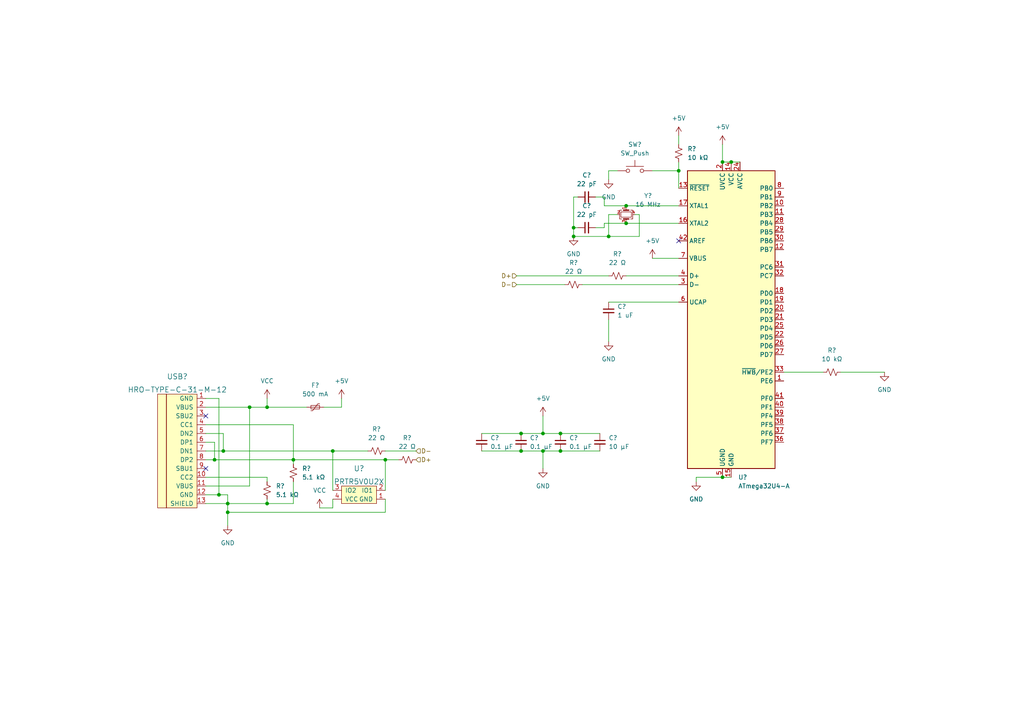
<source format=kicad_sch>
(kicad_sch (version 20211123) (generator eeschema)
  (paper "A4")
  (lib_symbols
    (symbol "Device:C_Small" (pin_numbers hide) (pin_names (offset 0.254) hide)
      (property "Reference" "C" (at 0.254 1.778 0))
      (property "Value" "C_Small" (at 0.254 -2.032 0))
      (symbol "C_Small_0_1"
        (polyline (pts (xy -1.524 -0.508) (xy 1.524 -0.508)) (stroke (width 0.3302)))
        (polyline (pts (xy -1.524 0.508) (xy 1.524 0.508)) (stroke (width 0.3048)))
      )
      (symbol "C_Small_1_1"
        (pin passive line (at 0 2.54 270) (length 2.032) (name "~") (number "1"))
        (pin passive line (at 0 -2.54 90) (length 2.032) (name "~") (number "2"))
      )
    )
    (symbol "Device:Crystal_GND24_Small" (pin_names (offset 1.016) hide)
      (property "Reference" "Y" (at 1.27 4.445 0))
      (property "Value" "Crystal_GND24_Small" (at 1.27 2.54 0))
      (symbol "Crystal_GND24_Small_0_1"
        (rectangle (start -0.762 -1.524) (end 0.762 1.524))
        (polyline (pts (xy -1.27 -0.762) (xy -1.27 0.762)) (stroke (width 0.381)))
        (polyline (pts (xy 1.27 -0.762) (xy 1.27 0.762)) (stroke (width 0.381)))
        (polyline (pts (xy -1.27 -1.27) (xy -1.27 -1.905) (xy 1.27 -1.905) (xy 1.27 -1.27)))
        (polyline (pts (xy -1.27 1.27) (xy -1.27 1.905) (xy 1.27 1.905) (xy 1.27 1.27)))
      )
      (symbol "Crystal_GND24_Small_1_1"
        (pin passive line (at -2.54 0 0) (length 1.27) (name "1") (number "1"))
        (pin passive line (at 0 -2.54 90) (length 0.635) (name "2") (number "2"))
        (pin passive line (at 2.54 0 180) (length 1.27) (name "3") (number "3"))
        (pin passive line (at 0 2.54 270) (length 0.635) (name "4") (number "4"))
      )
    )
    (symbol "Device:Polyfuse_Small" (pin_numbers hide) (pin_names (offset 0))
      (property "Reference" "F" (at -1.905 0 90))
      (property "Value" "Polyfuse_Small" (at 1.905 0 90))
      (symbol "Polyfuse_Small_0_1"
        (rectangle (start -0.508 1.27) (end 0.508 -1.27))
        (polyline (pts (xy 0 2.54) (xy 0 -2.54)))
        (polyline (pts (xy -1.016 1.27) (xy -1.016 0.762) (xy 1.016 -0.762) (xy 1.016 -1.27)))
      )
      (symbol "Polyfuse_Small_1_1"
        (pin passive line (at 0 2.54 270) (length 0.635) (name "~") (number "1"))
        (pin passive line (at 0 -2.54 90) (length 0.635) (name "~") (number "2"))
      )
    )
    (symbol "Device:R_Small_US" (pin_numbers hide) (pin_names (offset 0.254) hide)
      (property "Reference" "R" (at 0.762 0.508 0))
      (property "Value" "R_Small_US" (at 0.762 -1.016 0))
      (symbol "R_Small_US_1_1"
        (polyline (pts (xy 0 0) (xy 1.016 -0.381) (xy 0 -0.762) (xy -1.016 -1.143) (xy 0 -1.524)))
        (polyline (pts (xy 0 1.524) (xy 1.016 1.143) (xy 0 0.762) (xy -1.016 0.381) (xy 0 0)))
        (pin passive line (at 0 2.54 270) (length 1.016) (name "~") (number "1"))
        (pin passive line (at 0 -2.54 90) (length 1.016) (name "~") (number "2"))
      )
    )
    (symbol "MCU_Microchip_ATmega:ATmega32U4-A"
      (property "Reference" "U" (at -12.7 44.45 0))
      (property "Value" "ATmega32U4-A" (at 2.54 -44.45 0))
      (symbol "ATmega32U4-A_0_1"
        (rectangle (start -12.7 -43.18) (end 12.7 43.18) (stroke (width 0.254)) (fill (type background)))
      )
      (symbol "ATmega32U4-A_1_1"
        (pin bidirectional line (at 15.24 -17.78 180) (length 2.54) (name "PE6") (number "1"))
        (pin bidirectional line (at 15.24 33.02 180) (length 2.54) (name "PB2") (number "10"))
        (pin bidirectional line (at 15.24 30.48 180) (length 2.54) (name "PB3") (number "11"))
        (pin bidirectional line (at 15.24 20.32 180) (length 2.54) (name "PB7") (number "12"))
        (pin input line (at -15.24 38.1 0) (length 2.54) (name "~{RESET}") (number "13"))
        (pin power_in line (at 0 45.72 270) (length 2.54) (name "VCC") (number "14"))
        (pin power_in line (at 0 -45.72 90) (length 2.54) (name "GND") (number "15"))
        (pin output line (at -15.24 27.94 0) (length 2.54) (name "XTAL2") (number "16"))
        (pin input line (at -15.24 33.02 0) (length 2.54) (name "XTAL1") (number "17"))
        (pin bidirectional line (at 15.24 7.62 180) (length 2.54) (name "PD0") (number "18"))
        (pin bidirectional line (at 15.24 5.08 180) (length 2.54) (name "PD1") (number "19"))
        (pin power_in line (at -2.54 45.72 270) (length 2.54) (name "UVCC") (number "2"))
        (pin bidirectional line (at 15.24 2.54 180) (length 2.54) (name "PD2") (number "20"))
        (pin bidirectional line (at 15.24 0 180) (length 2.54) (name "PD3") (number "21"))
        (pin bidirectional line (at 15.24 -5.08 180) (length 2.54) (name "PD5") (number "22"))
        (pin passive line (at 0 -45.72 90) (length 2.54) hide (name "GND") (number "23"))
        (pin power_in line (at 2.54 45.72 270) (length 2.54) (name "AVCC") (number "24"))
        (pin bidirectional line (at 15.24 -2.54 180) (length 2.54) (name "PD4") (number "25"))
        (pin bidirectional line (at 15.24 -7.62 180) (length 2.54) (name "PD6") (number "26"))
        (pin bidirectional line (at 15.24 -10.16 180) (length 2.54) (name "PD7") (number "27"))
        (pin bidirectional line (at 15.24 27.94 180) (length 2.54) (name "PB4") (number "28"))
        (pin bidirectional line (at 15.24 25.4 180) (length 2.54) (name "PB5") (number "29"))
        (pin bidirectional line (at -15.24 10.16 0) (length 2.54) (name "D-") (number "3"))
        (pin bidirectional line (at 15.24 22.86 180) (length 2.54) (name "PB6") (number "30"))
        (pin bidirectional line (at 15.24 15.24 180) (length 2.54) (name "PC6") (number "31"))
        (pin bidirectional line (at 15.24 12.7 180) (length 2.54) (name "PC7") (number "32"))
        (pin bidirectional line (at 15.24 -15.24 180) (length 2.54) (name "~{HWB}/PE2") (number "33"))
        (pin passive line (at 0 45.72 270) (length 2.54) hide (name "VCC") (number "34"))
        (pin passive line (at 0 -45.72 90) (length 2.54) hide (name "GND") (number "35"))
        (pin bidirectional line (at 15.24 -35.56 180) (length 2.54) (name "PF7") (number "36"))
        (pin bidirectional line (at 15.24 -33.02 180) (length 2.54) (name "PF6") (number "37"))
        (pin bidirectional line (at 15.24 -30.48 180) (length 2.54) (name "PF5") (number "38"))
        (pin bidirectional line (at 15.24 -27.94 180) (length 2.54) (name "PF4") (number "39"))
        (pin bidirectional line (at -15.24 12.7 0) (length 2.54) (name "D+") (number "4"))
        (pin bidirectional line (at 15.24 -25.4 180) (length 2.54) (name "PF1") (number "40"))
        (pin bidirectional line (at 15.24 -22.86 180) (length 2.54) (name "PF0") (number "41"))
        (pin passive line (at -15.24 22.86 0) (length 2.54) (name "AREF") (number "42"))
        (pin passive line (at 0 -45.72 90) (length 2.54) hide (name "GND") (number "43"))
        (pin passive line (at 2.54 45.72 270) (length 2.54) hide (name "AVCC") (number "44"))
        (pin passive line (at -2.54 -45.72 90) (length 2.54) (name "UGND") (number "5"))
        (pin passive line (at -15.24 5.08 0) (length 2.54) (name "UCAP") (number "6"))
        (pin input line (at -15.24 17.78 0) (length 2.54) (name "VBUS") (number "7"))
        (pin bidirectional line (at 15.24 38.1 180) (length 2.54) (name "PB0") (number "8"))
        (pin bidirectional line (at 15.24 35.56 180) (length 2.54) (name "PB1") (number "9"))
      )
    )
    (symbol "Switch:SW_Push" (pin_numbers hide) (pin_names (offset 1.016) hide)
      (property "Reference" "SW" (at 1.27 2.54 0))
      (property "Value" "SW_Push" (at 0 -1.524 0))
      (symbol "SW_Push_0_1"
        (circle (center -2.032 0) (radius 0.508))
        (polyline (pts (xy 0 1.27) (xy 0 3.048)))
        (polyline (pts (xy 2.54 1.27) (xy -2.54 1.27)))
        (circle (center 2.032 0) (radius 0.508))
        (pin passive line (at -5.08 0 0) (length 2.54) (name "1") (number "1"))
        (pin passive line (at 5.08 0 180) (length 2.54) (name "2") (number "2"))
      )
    )
    (symbol "Type-C:HRO-TYPE-C-31-M-12" (pin_names (offset 1.016))
      (property "Reference" "USB" (at -5.08 16.51 0))
      (property "Value" "HRO-TYPE-C-31-M-12" (at -10.16 -1.27 90))
      (symbol "HRO-TYPE-C-31-M-12_0_1"
        (rectangle (start -11.43 15.24) (end -8.89 -17.78) (fill (type background)))
        (rectangle (start 0 -17.78) (end -8.89 15.24) (fill (type background)))
      )
      (symbol "HRO-TYPE-C-31-M-12_1_1"
        (pin input line (at 2.54 13.97 180) (length 2.54) (name "GND") (number "1"))
        (pin input line (at 2.54 -8.89 180) (length 2.54) (name "CC2") (number "10"))
        (pin input line (at 2.54 -11.43 180) (length 2.54) (name "VBUS") (number "11"))
        (pin input line (at 2.54 -13.97 180) (length 2.54) (name "GND") (number "12"))
        (pin input line (at 2.54 -16.51 180) (length 2.54) (name "SHIELD") (number "13"))
        (pin input line (at 2.54 11.43 180) (length 2.54) (name "VBUS") (number "2"))
        (pin input line (at 2.54 8.89 180) (length 2.54) (name "SBU2") (number "3"))
        (pin input line (at 2.54 6.35 180) (length 2.54) (name "CC1") (number "4"))
        (pin input line (at 2.54 3.81 180) (length 2.54) (name "DN2") (number "5"))
        (pin input line (at 2.54 1.27 180) (length 2.54) (name "DP1") (number "6"))
        (pin input line (at 2.54 -1.27 180) (length 2.54) (name "DN1") (number "7"))
        (pin input line (at 2.54 -3.81 180) (length 2.54) (name "DP2") (number "8"))
        (pin input line (at 2.54 -6.35 180) (length 2.54) (name "SBU1") (number "9"))
      )
    )
    (symbol "power:+5V" (power) (pin_names (offset 0))
      (property "Value" "+5V" (at 0 3.556 0))
      (symbol "+5V_0_1"
        (polyline (pts (xy -0.762 1.27) (xy 0 2.54)))
        (polyline (pts (xy 0 0) (xy 0 2.54)))
        (polyline (pts (xy 0 2.54) (xy 0.762 1.27)))
      )
      (symbol "+5V_1_1"
        (pin power_in line (at 0 0 90) (length 0) hide (name "+5V") (number "1"))
      )
    )
    (symbol "power:GND" (power) (pin_names (offset 0))
      (property "Value" "GND" (at 0 -3.81 0))
      (symbol "GND_0_1"
        (polyline (pts (xy 0 0) (xy 0 -1.27) (xy 1.27 -1.27) (xy 0 -2.54) (xy -1.27 -1.27) (xy 0 -1.27)))
      )
      (symbol "GND_1_1"
        (pin power_in line (at 0 0 270) (length 0) hide (name "GND") (number "1"))
      )
    )
    (symbol "power:VCC" (power) (pin_names (offset 0))
      (property "Value" "VCC" (at 0 3.81 0))
      (symbol "VCC_0_1"
        (polyline (pts (xy -0.762 1.27) (xy 0 2.54)))
        (polyline (pts (xy 0 0) (xy 0 2.54)))
        (polyline (pts (xy 0 2.54) (xy 0.762 1.27)))
      )
      (symbol "VCC_1_1"
        (pin power_in line (at 0 0 90) (length 0) hide (name "VCC") (number "1"))
      )
    )
    (symbol "random-keyboard-parts:PRTR5V0U2X" (pin_names (offset 1.016))
      (property "Reference" "U" (at 0 3.81 0))
      (property "Value" "PRTR5V0U2X" (at 0 -3.81 0))
      (symbol "PRTR5V0U2X_0_1"
        (rectangle (start -5.08 2.54) (end 5.08 -2.54) (fill (type background)))
      )
      (symbol "PRTR5V0U2X_1_1"
        (pin input line (at -7.62 1.27 0) (length 2.54) (name "GND") (number "1"))
        (pin input line (at -7.62 -1.27 0) (length 2.54) (name "IO1") (number "2"))
        (pin input line (at 7.62 -1.27 180) (length 2.54) (name "IO2") (number "3"))
        (pin input line (at 7.62 1.27 180) (length 2.54) (name "VCC") (number "4"))
      )
    )
  )
  (junction (at 181.61 59.69))
  (junction (at 157.48 130.81))
  (junction (at 62.23 133.35))
  (junction (at 162.56 130.81))
  (junction (at 85.09 133.35))
  (junction (at 64.77 130.81))
  (junction (at 111.76 133.35))
  (junction (at 151.13 125.73))
  (junction (at 166.37 66.04))
  (junction (at 77.47 118.11))
  (junction (at 66.04 146.05))
  (junction (at 96.52 130.81))
  (junction (at 66.04 148.59))
  (junction (at 157.48 125.73))
  (junction (at 77.47 146.05))
  (junction (at 63.5 143.51))
  (junction (at 72.39 118.11))
  (junction (at 151.13 130.81))
  (junction (at 166.37 68.58))
  (junction (at 212.09 46.99))
  (junction (at 209.55 46.99))
  (junction (at 176.53 68.58))
  (junction (at 209.55 138.43))
  (junction (at 181.61 64.77))
  (junction (at 162.56 125.73))
  (junction (at 196.85 49.53))
  (no_connect (at 59.69 120.65))
  (no_connect (at 59.69 135.89))
  (no_connect (at 196.85 69.85))
  (wire (pts (xy 149.86 82.55) (xy 163.83 82.55)))
  (wire (pts (xy 62.23 128.27) (xy 62.23 133.35)))
  (wire (pts (xy 196.85 46.99) (xy 196.85 49.53)))
  (wire (pts (xy 59.69 130.81) (xy 64.77 130.81)))
  (wire (pts (xy 96.52 130.81) (xy 64.77 130.81)))
  (wire (pts (xy 64.77 125.73) (xy 64.77 130.81)))
  (wire (pts (xy 168.91 82.55) (xy 196.85 82.55)))
  (wire (pts (xy 176.53 87.63) (xy 196.85 87.63)))
  (wire (pts (xy 181.61 59.69) (xy 196.85 59.69)))
  (wire (pts (xy 111.76 133.35) (xy 115.57 133.35)))
  (wire (pts (xy 92.71 147.32) (xy 96.52 147.32)))
  (wire (pts (xy 96.52 130.81) (xy 96.52 142.24)))
  (wire (pts (xy 181.61 80.01) (xy 196.85 80.01)))
  (wire (pts (xy 139.7 125.73) (xy 151.13 125.73)))
  (wire (pts (xy 111.76 130.81) (xy 120.65 130.81)))
  (wire (pts (xy 77.47 146.05) (xy 66.04 146.05)))
  (wire (pts (xy 77.47 115.57) (xy 77.47 118.11)))
  (wire (pts (xy 59.69 125.73) (xy 64.77 125.73)))
  (wire (pts (xy 62.23 133.35) (xy 85.09 133.35)))
  (wire (pts (xy 85.09 146.05) (xy 77.47 146.05)))
  (wire (pts (xy 63.5 115.57) (xy 63.5 143.51)))
  (wire (pts (xy 166.37 57.15) (xy 167.64 57.15)))
  (wire (pts (xy 157.48 130.81) (xy 162.56 130.81)))
  (wire (pts (xy 162.56 130.81) (xy 173.99 130.81)))
  (wire (pts (xy 85.09 123.19) (xy 85.09 133.35)))
  (wire (pts (xy 166.37 66.04) (xy 166.37 68.58)))
  (wire (pts (xy 209.55 41.91) (xy 209.55 46.99)))
  (wire (pts (xy 176.53 68.58) (xy 166.37 68.58)))
  (wire (pts (xy 139.7 130.81) (xy 151.13 130.81)))
  (wire (pts (xy 59.69 123.19) (xy 85.09 123.19)))
  (wire (pts (xy 209.55 138.43) (xy 212.09 138.43)))
  (wire (pts (xy 59.69 140.97) (xy 72.39 140.97)))
  (wire (pts (xy 66.04 148.59) (xy 66.04 152.4)))
  (wire (pts (xy 196.85 39.37) (xy 196.85 41.91)))
  (wire (pts (xy 181.61 64.77) (xy 196.85 64.77)))
  (wire (pts (xy 93.98 118.11) (xy 99.06 118.11)))
  (wire (pts (xy 175.26 57.15) (xy 175.26 59.69)))
  (wire (pts (xy 85.09 133.35) (xy 111.76 133.35)))
  (wire (pts (xy 151.13 130.81) (xy 157.48 130.81)))
  (wire (pts (xy 201.93 138.43) (xy 201.93 139.7)))
  (wire (pts (xy 189.23 49.53) (xy 196.85 49.53)))
  (wire (pts (xy 96.52 147.32) (xy 96.52 144.78)))
  (wire (pts (xy 77.47 144.78) (xy 77.47 146.05)))
  (wire (pts (xy 184.15 62.23) (xy 185.42 62.23)))
  (wire (pts (xy 157.48 130.81) (xy 157.48 135.89)))
  (wire (pts (xy 106.68 130.81) (xy 96.52 130.81)))
  (wire (pts (xy 175.26 64.77) (xy 175.26 66.04)))
  (wire (pts (xy 172.72 57.15) (xy 175.26 57.15)))
  (wire (pts (xy 59.69 138.43) (xy 77.47 138.43)))
  (wire (pts (xy 176.53 49.53) (xy 179.07 49.53)))
  (wire (pts (xy 63.5 143.51) (xy 66.04 143.51)))
  (wire (pts (xy 243.84 107.95) (xy 256.54 107.95)))
  (wire (pts (xy 59.69 143.51) (xy 63.5 143.51)))
  (wire (pts (xy 99.06 115.57) (xy 99.06 118.11)))
  (wire (pts (xy 59.69 146.05) (xy 66.04 146.05)))
  (wire (pts (xy 176.53 62.23) (xy 176.53 68.58)))
  (wire (pts (xy 209.55 46.99) (xy 212.09 46.99)))
  (wire (pts (xy 181.61 64.77) (xy 175.26 64.77)))
  (wire (pts (xy 59.69 128.27) (xy 62.23 128.27)))
  (wire (pts (xy 85.09 139.7) (xy 85.09 146.05)))
  (wire (pts (xy 189.23 74.93) (xy 196.85 74.93)))
  (wire (pts (xy 59.69 118.11) (xy 72.39 118.11)))
  (wire (pts (xy 157.48 125.73) (xy 162.56 125.73)))
  (wire (pts (xy 227.33 107.95) (xy 238.76 107.95)))
  (wire (pts (xy 59.69 115.57) (xy 63.5 115.57)))
  (wire (pts (xy 176.53 92.71) (xy 176.53 99.06)))
  (wire (pts (xy 149.86 80.01) (xy 176.53 80.01)))
  (wire (pts (xy 201.93 138.43) (xy 209.55 138.43)))
  (wire (pts (xy 66.04 143.51) (xy 66.04 146.05)))
  (wire (pts (xy 77.47 138.43) (xy 77.47 139.7)))
  (wire (pts (xy 72.39 140.97) (xy 72.39 118.11)))
  (wire (pts (xy 111.76 148.59) (xy 66.04 148.59)))
  (wire (pts (xy 185.42 62.23) (xy 185.42 68.58)))
  (wire (pts (xy 151.13 125.73) (xy 157.48 125.73)))
  (wire (pts (xy 85.09 134.62) (xy 85.09 133.35)))
  (wire (pts (xy 111.76 144.78) (xy 111.76 148.59)))
  (wire (pts (xy 77.47 118.11) (xy 88.9 118.11)))
  (wire (pts (xy 196.85 49.53) (xy 196.85 54.61)))
  (wire (pts (xy 72.39 118.11) (xy 77.47 118.11)))
  (wire (pts (xy 111.76 133.35) (xy 111.76 142.24)))
  (wire (pts (xy 162.56 125.73) (xy 173.99 125.73)))
  (wire (pts (xy 166.37 66.04) (xy 166.37 57.15)))
  (wire (pts (xy 157.48 120.65) (xy 157.48 125.73)))
  (wire (pts (xy 179.07 62.23) (xy 176.53 62.23)))
  (wire (pts (xy 175.26 59.69) (xy 181.61 59.69)))
  (wire (pts (xy 212.09 46.99) (xy 214.63 46.99)))
  (wire (pts (xy 172.72 66.04) (xy 175.26 66.04)))
  (wire (pts (xy 176.53 68.58) (xy 185.42 68.58)))
  (wire (pts (xy 166.37 66.04) (xy 167.64 66.04)))
  (wire (pts (xy 59.69 133.35) (xy 62.23 133.35)))
  (wire (pts (xy 176.53 52.07) (xy 176.53 49.53)))
  (wire (pts (xy 66.04 146.05) (xy 66.04 148.59)))
  (hierarchical_label "D-" (shape input) (at 120.65 130.81 0))
  (hierarchical_label "D+" (shape input) (at 149.86 80.01 180))
  (hierarchical_label "D-" (shape input) (at 149.86 82.55 180))
  (hierarchical_label "D+" (shape input) (at 120.65 133.35 0))
  (symbol (lib_id "Device:C_Small") (at 170.18 57.15 90) (unit 1)
    (property "Reference" "C?" (at 170.1863 50.8 90))
    (property "Value" "22 pF" (at 170.1863 53.34 90))
  )
  (symbol (lib_id "Device:R_Small_US") (at 109.22 130.81 90) (unit 1)
    (property "Reference" "R?" (at 109.22 124.46 90))
    (property "Value" "22 Ω" (at 109.22 127 90))
  )
  (symbol (lib_id "Device:R_Small_US") (at 77.47 142.24 0) (unit 1)
    (property "Reference" "R?" (at 80.01 140.9699 0) (effects (justify left)))
    (property "Value" "5.1 kΩ" (at 80.01 143.5099 0) (effects (justify left)))
  )
  (symbol (lib_id "Device:C_Small") (at 170.18 66.04 90) (unit 1)
    (property "Reference" "C?" (at 170.1863 59.69 90))
    (property "Value" "22 pF" (at 170.1863 62.23 90))
  )
  (symbol (lib_id "power:VCC") (at 77.47 115.57 0) (unit 1)
    (property "Reference" "#PWR?" (effects hide))
    (property "Value" "VCC" (at 77.47 110.49 0))
  )
  (symbol (lib_id "Type-C:HRO-TYPE-C-31-M-12") (at 57.15 129.54 0) (unit 1)
    (property "Reference" "USB?" (at 51.435 109.22 0) (effects (font (size 1.524 1.524))))
    (property "Value" "HRO-TYPE-C-31-M-12" (at 51.435 113.03 0) (effects (font (size 1.524 1.524))))
  )
  (symbol (lib_id "Device:C_Small") (at 176.53 90.17 0) (unit 1)
    (property "Reference" "C?" (at 179.07 88.9062 0) (effects (justify left)))
    (property "Value" "1 uF" (at 179.07 91.4462 0) (effects (justify left)))
  )
  (symbol (lib_id "power:+5V") (at 209.55 41.91 0) (unit 1)
    (property "Reference" "#PWR?" (effects hide))
    (property "Value" "+5V" (at 209.55 36.83 0))
  )
  (symbol (lib_id "Device:R_Small_US") (at 85.09 137.16 0) (unit 1)
    (property "Reference" "R?" (at 87.63 135.8899 0) (effects (justify left)))
    (property "Value" "5.1 kΩ" (at 87.63 138.4299 0) (effects (justify left)))
  )
  (symbol (lib_id "power:GND") (at 201.93 139.7 0) (unit 1)
    (property "Reference" "#PWR?" (effects hide))
    (property "Value" "GND" (at 201.93 144.78 0))
  )
  (symbol (lib_id "power:GND") (at 157.48 135.89 0) (unit 1)
    (property "Reference" "#PWR?" (effects hide))
    (property "Value" "GND" (at 157.48 140.97 0))
  )
  (symbol (lib_id "Switch:SW_Push") (at 184.15 49.53 0) (unit 1)
    (property "Reference" "SW?" (at 184.15 41.91 0))
    (property "Value" "SW_Push" (at 184.15 44.45 0))
  )
  (symbol (lib_id "power:+5V") (at 196.85 39.37 0) (unit 1)
    (property "Reference" "#PWR?" (effects hide))
    (property "Value" "+5V" (at 196.85 34.29 0))
  )
  (symbol (lib_id "power:GND") (at 176.53 52.07 0) (unit 1)
    (property "Reference" "#PWR?" (effects hide))
    (property "Value" "GND" (at 176.53 57.15 0))
  )
  (symbol (lib_id "power:+5V") (at 189.23 74.93 0) (unit 1)
    (property "Reference" "#PWR?" (effects hide))
    (property "Value" "+5V" (at 189.23 69.85 0))
  )
  (symbol (lib_id "power:+5V") (at 99.06 115.57 0) (unit 1)
    (property "Reference" "#PWR?" (effects hide))
    (property "Value" "+5V" (at 99.06 110.49 0))
  )
  (symbol (lib_id "random-keyboard-parts:PRTR5V0U2X") (at 104.14 143.51 180) (unit 1)
    (property "Reference" "U?" (at 104.14 135.89 0) (effects (font (size 1.524 1.524))))
    (property "Value" "PRTR5V0U2X" (at 104.14 139.7 0) (effects (font (size 1.524 1.524))))
  )
  (symbol (lib_id "power:GND") (at 66.04 152.4 0) (unit 1)
    (property "Reference" "#PWR?" (effects hide))
    (property "Value" "GND" (at 66.04 157.48 0))
  )
  (symbol (lib_id "power:VCC") (at 92.71 147.32 0) (unit 1)
    (property "Reference" "#PWR?" (effects hide))
    (property "Value" "VCC" (at 92.71 142.24 0))
  )
  (symbol (lib_id "power:GND") (at 176.53 99.06 0) (unit 1)
    (property "Reference" "#PWR?" (effects hide))
    (property "Value" "GND" (at 176.53 104.14 0))
  )
  (symbol (lib_id "power:GND") (at 166.37 68.58 0) (unit 1)
    (property "Reference" "#PWR?" (effects hide))
    (property "Value" "GND" (at 166.37 73.66 0))
  )
  (symbol (lib_id "power:GND") (at 256.54 107.95 0) (unit 1)
    (property "Reference" "#PWR?" (effects hide))
    (property "Value" "GND" (at 256.54 113.03 0))
  )
  (symbol (lib_id "Device:R_Small_US") (at 118.11 133.35 270) (unit 1)
    (property "Reference" "R?" (at 118.11 127 90))
    (property "Value" "22 Ω" (at 118.11 129.54 90))
  )
  (symbol (lib_id "Device:R_Small_US") (at 196.85 44.45 0) (unit 1)
    (property "Reference" "R?" (at 199.39 43.1799 0) (effects (justify left)))
    (property "Value" "10 kΩ" (at 199.39 45.7199 0) (effects (justify left)))
  )
  (symbol (lib_id "Device:C_Small") (at 151.13 128.27 0) (unit 1)
    (property "Reference" "C?" (at 153.67 127.0062 0) (effects (justify left)))
    (property "Value" "0.1 μF" (at 153.67 129.5462 0) (effects (justify left)))
  )
  (symbol (lib_id "Device:Polyfuse_Small") (at 91.44 118.11 90) (unit 1)
    (property "Reference" "F?" (at 91.44 111.76 90))
    (property "Value" "500 mA" (at 91.44 114.3 90))
  )
  (symbol (lib_id "Device:C_Small") (at 173.99 128.27 0) (unit 1)
    (property "Reference" "C?" (at 176.53 127.0062 0) (effects (justify left)))
    (property "Value" "10 μF" (at 176.53 129.5462 0) (effects (justify left)))
  )
  (symbol (lib_id "Device:C_Small") (at 139.7 128.27 0) (unit 1)
    (property "Reference" "C?" (at 142.24 127.0062 0) (effects (justify left)))
    (property "Value" "0.1 μF" (at 142.24 129.5462 0) (effects (justify left)))
  )
  (symbol (lib_id "Device:R_Small_US") (at 179.07 80.01 270) (unit 1)
    (property "Reference" "R?" (at 179.07 73.66 90))
    (property "Value" "22 Ω" (at 179.07 76.2 90))
  )
  (symbol (lib_id "power:+5V") (at 157.48 120.65 0) (unit 1)
    (property "Reference" "#PWR?" (effects hide))
    (property "Value" "+5V" (at 157.48 115.57 0))
  )
  (symbol (lib_id "Device:Crystal_GND24_Small") (at 181.61 62.23 270) (unit 1)
    (property "Reference" "Y?" (at 187.96 56.7688 90))
    (property "Value" "16 MHz" (at 187.96 59.3088 90))
  )
  (symbol (lib_id "Device:C_Small") (at 162.56 128.27 0) (unit 1)
    (property "Reference" "C?" (at 165.1 127.0062 0) (effects (justify left)))
    (property "Value" "0.1 μF" (at 165.1 129.5462 0) (effects (justify left)))
  )
  (symbol (lib_id "Device:R_Small_US") (at 241.3 107.95 90) (unit 1)
    (property "Reference" "R?" (at 241.3 101.6 90))
    (property "Value" "10 kΩ" (at 241.3 104.14 90))
  )
  (symbol (lib_id "MCU_Microchip_ATmega:ATmega32U4-A") (at 212.09 92.71 0) (unit 1)
    (property "Reference" "U?" (at 214.1094 138.43 0) (effects (justify left)))
    (property "Value" "ATmega32U4-A" (at 214.1094 140.97 0) (effects (justify left)))
    (property "Footprint" "Package_QFP:TQFP-44_10x10mm_P0.8mm" (effects hide))
    (property "Datasheet" "http://ww1.microchip.com/downloads/en/DeviceDoc/Atmel-7766-8-bit-AVR-ATmega16U4-32U4_Datasheet.pdf" (effects hide))
  )
  (symbol (lib_id "Device:R_Small_US") (at 166.37 82.55 90) (unit 1)
    (property "Reference" "R?" (at 166.37 76.2 90))
    (property "Value" "22 Ω" (at 166.37 78.74 90))
  )
)
</source>
